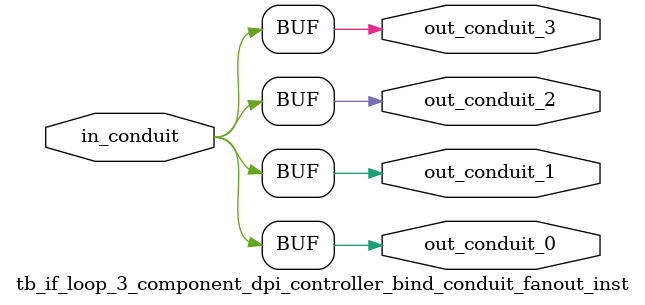
<source format=sv>


 


// --------------------------------------------------------------------------------
//| Avalon Conduit Fan-Out
// --------------------------------------------------------------------------------

// ------------------------------------------
// Generation parameters:
//   output_name:       tb_if_loop_3_component_dpi_controller_bind_conduit_fanout_inst
//   numFanOut:         4
//   
// ------------------------------------------

module tb_if_loop_3_component_dpi_controller_bind_conduit_fanout_inst (     

// Interface: out_conduit_0
 output                    out_conduit_0,
// Interface: out_conduit_1
 output                    out_conduit_1,
// Interface: out_conduit_2
 output                    out_conduit_2,
// Interface: out_conduit_3
 output                    out_conduit_3,

// Interface: in_conduit
 input                   in_conduit

);

   assign  out_conduit_0 = in_conduit;
   assign  out_conduit_1 = in_conduit;
   assign  out_conduit_2 = in_conduit;
   assign  out_conduit_3 = in_conduit;

endmodule //


</source>
